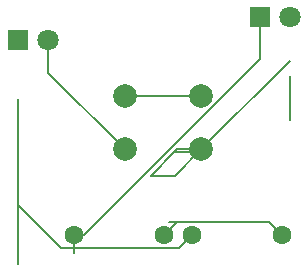
<source format=gbr>
%TF.GenerationSoftware,KiCad,Pcbnew,9.0.2*%
%TF.CreationDate,2025-06-03T16:13:35-04:00*%
%TF.ProjectId,athena workshop,61746865-6e61-4207-976f-726b73686f70,rev?*%
%TF.SameCoordinates,Original*%
%TF.FileFunction,Copper,L1,Top*%
%TF.FilePolarity,Positive*%
%FSLAX46Y46*%
G04 Gerber Fmt 4.6, Leading zero omitted, Abs format (unit mm)*
G04 Created by KiCad (PCBNEW 9.0.2) date 2025-06-03 16:13:35*
%MOMM*%
%LPD*%
G01*
G04 APERTURE LIST*
%TA.AperFunction,ComponentPad*%
%ADD10C,2.000000*%
%TD*%
%TA.AperFunction,ComponentPad*%
%ADD11R,1.800000X1.800000*%
%TD*%
%TA.AperFunction,ComponentPad*%
%ADD12C,1.800000*%
%TD*%
%TA.AperFunction,ComponentPad*%
%ADD13C,1.600000*%
%TD*%
%TA.AperFunction,Conductor*%
%ADD14C,0.200000*%
%TD*%
G04 APERTURE END LIST*
D10*
%TO.P,SW1,1,1*%
%TO.N,Net-(BT1-+)*%
X123250000Y-47250000D03*
X129750000Y-47250000D03*
%TO.P,SW1,2,2*%
%TO.N,Net-(D1-A)*%
X123250000Y-51750000D03*
X129750000Y-51750000D03*
%TD*%
D11*
%TO.P,D2,1,K*%
%TO.N,Net-(D2-K)*%
X134725000Y-40500000D03*
D12*
%TO.P,D2,2,A*%
%TO.N,Net-(D1-A)*%
X137265000Y-40500000D03*
%TD*%
D13*
%TO.P,R2,1*%
%TO.N,Net-(D2-K)*%
X119000000Y-59000000D03*
%TO.P,R2,2*%
%TO.N,Net-(BT1--)*%
X126620000Y-59000000D03*
%TD*%
D11*
%TO.P,D1,1,K*%
%TO.N,Net-(D1-K)*%
X114225000Y-42500000D03*
D12*
%TO.P,D1,2,A*%
%TO.N,Net-(D1-A)*%
X116765000Y-42500000D03*
%TD*%
D13*
%TO.P,R1,1*%
%TO.N,Net-(D1-K)*%
X129000000Y-59000000D03*
%TO.P,R1,2*%
%TO.N,Net-(BT1--)*%
X136620000Y-59000000D03*
%TD*%
D14*
%TO.N,Net-(BT1-+)*%
X123250000Y-47250000D02*
X129750000Y-47250000D01*
%TO.N,Net-(BT1--)*%
X127721000Y-57899000D02*
X126620000Y-59000000D01*
X135519000Y-57899000D02*
X127031000Y-57899000D01*
X136620000Y-59000000D02*
X135519000Y-57899000D01*
%TO.N,Net-(D1-A)*%
X137265000Y-45500000D02*
X137265000Y-49235000D01*
X127406992Y-52000000D02*
X125453496Y-53953496D01*
X123250000Y-51750000D02*
X116765000Y-45265000D01*
X137265000Y-44235000D02*
X129750000Y-51750000D01*
X128750000Y-51750000D02*
X127656992Y-51750000D01*
X127546504Y-53953496D02*
X125453496Y-53953496D01*
X127656992Y-51750000D02*
X125453496Y-53953496D01*
X129750000Y-51750000D02*
X130000000Y-52000000D01*
X130000000Y-52000000D02*
X129000000Y-52000000D01*
X116765000Y-45265000D02*
X116765000Y-42500000D01*
X129000000Y-52000000D02*
X127406992Y-52000000D01*
X129000000Y-52000000D02*
X128750000Y-51750000D01*
X129750000Y-51750000D02*
X127546504Y-53953496D01*
%TO.N,Net-(D1-K)*%
X127899000Y-60101000D02*
X129000000Y-59000000D01*
X114225000Y-47500000D02*
X114225000Y-61472050D01*
X117853950Y-60101000D02*
X127899000Y-60101000D01*
X114225000Y-56472050D02*
X117853950Y-60101000D01*
%TO.N,Net-(D2-K)*%
X119839892Y-59000000D02*
X134725000Y-44114892D01*
X134725000Y-44114892D02*
X134725000Y-40500000D01*
X119000000Y-59000000D02*
X119000000Y-60529892D01*
%TD*%
M02*

</source>
